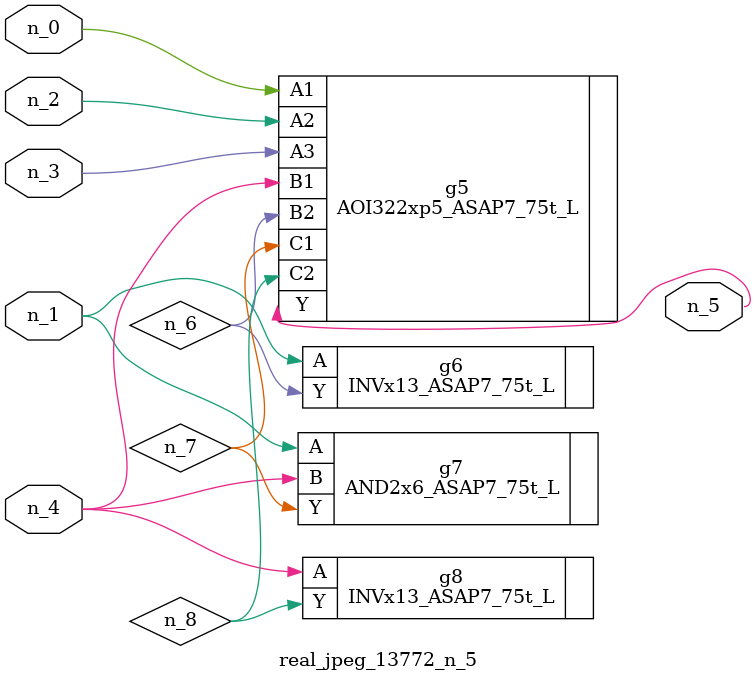
<source format=v>
module real_jpeg_13772_n_5 (n_4, n_0, n_1, n_2, n_3, n_5);

input n_4;
input n_0;
input n_1;
input n_2;
input n_3;

output n_5;

wire n_8;
wire n_6;
wire n_7;

AOI322xp5_ASAP7_75t_L g5 ( 
.A1(n_0),
.A2(n_2),
.A3(n_3),
.B1(n_4),
.B2(n_6),
.C1(n_7),
.C2(n_8),
.Y(n_5)
);

INVx13_ASAP7_75t_L g6 ( 
.A(n_1),
.Y(n_6)
);

AND2x6_ASAP7_75t_L g7 ( 
.A(n_1),
.B(n_4),
.Y(n_7)
);

INVx13_ASAP7_75t_L g8 ( 
.A(n_4),
.Y(n_8)
);


endmodule
</source>
